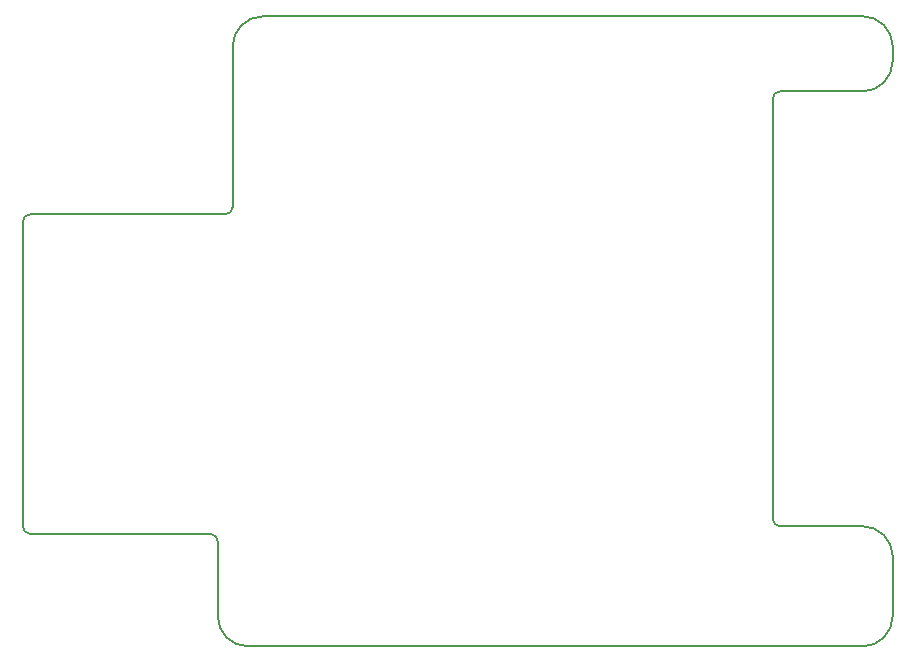
<source format=gbr>
G04 #@! TF.GenerationSoftware,KiCad,Pcbnew,(5.1.5)-3*
G04 #@! TF.CreationDate,2020-07-14T23:57:43+01:00*
G04 #@! TF.ProjectId,dmxhat,646d7868-6174-42e6-9b69-6361645f7063,rev?*
G04 #@! TF.SameCoordinates,Original*
G04 #@! TF.FileFunction,Profile,NP*
%FSLAX46Y46*%
G04 Gerber Fmt 4.6, Leading zero omitted, Abs format (unit mm)*
G04 Created by KiCad (PCBNEW (5.1.5)-3) date 2020-07-14 23:57:43*
%MOMM*%
%LPD*%
G04 APERTURE LIST*
%ADD10C,0.150000*%
G04 APERTURE END LIST*
D10*
X105918000Y-90424000D02*
G75*
G02X106553000Y-89789000I635000J0D01*
G01*
X106553000Y-116840000D02*
G75*
G02X105918000Y-116205000I0J635000D01*
G01*
X170053000Y-116205000D02*
G75*
G02X169418000Y-115570000I0J635000D01*
G01*
X169418000Y-80010000D02*
G75*
G02X170053000Y-79375000I635000J0D01*
G01*
X123698000Y-89154000D02*
G75*
G02X123063000Y-89789000I-635000J0D01*
G01*
X121793000Y-116840000D02*
G75*
G02X122428000Y-117475000I0J-635000D01*
G01*
X124968000Y-126365000D02*
G75*
G02X122428000Y-123825000I0J2540000D01*
G01*
X179578000Y-123825000D02*
G75*
G02X177038000Y-126365000I-2540000J0D01*
G01*
X177038000Y-116205000D02*
G75*
G02X179578000Y-118745000I0J-2540000D01*
G01*
X179578000Y-76835000D02*
G75*
G02X177038000Y-79375000I-2540000J0D01*
G01*
X177038000Y-73025000D02*
G75*
G02X179578000Y-75565000I0J-2540000D01*
G01*
X123698000Y-75565000D02*
G75*
G02X126238000Y-73025000I2540000J0D01*
G01*
X121793000Y-116840000D02*
X106553000Y-116840000D01*
X122428000Y-123825000D02*
X122428000Y-117475000D01*
X123063000Y-89789000D02*
X106553000Y-89789000D01*
X123698000Y-75565000D02*
X123698000Y-89154000D01*
X177038000Y-79375000D02*
X170053000Y-79375000D01*
X170053000Y-116205000D02*
X177038000Y-116205000D01*
X179578000Y-123825000D02*
X179578000Y-118745000D01*
X179578000Y-76835000D02*
X179578000Y-75565000D01*
X169418000Y-115570000D02*
X169418000Y-80010000D01*
X124968000Y-126365000D02*
X177038000Y-126365000D01*
X105918000Y-90424000D02*
X105918000Y-116205000D01*
X177038000Y-73025000D02*
X126238000Y-73025000D01*
M02*

</source>
